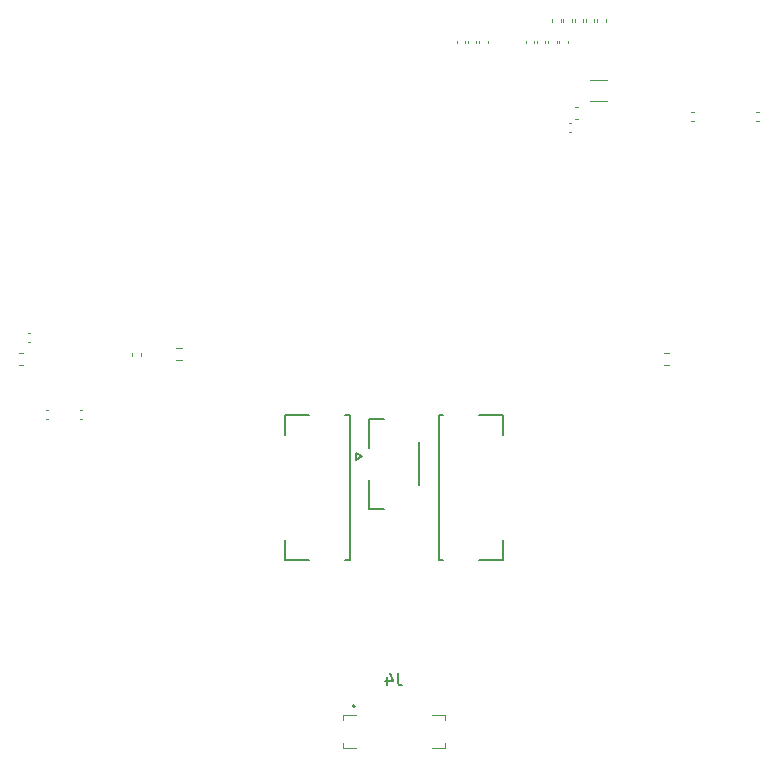
<source format=gbr>
%TF.GenerationSoftware,KiCad,Pcbnew,7.0.11-7.0.11~ubuntu22.04.1*%
%TF.CreationDate,2025-04-04T17:31:18+09:00*%
%TF.ProjectId,robot,726f626f-742e-46b6-9963-61645f706362,rev?*%
%TF.SameCoordinates,PX3938700PY9896800*%
%TF.FileFunction,Legend,Bot*%
%TF.FilePolarity,Positive*%
%FSLAX46Y46*%
G04 Gerber Fmt 4.6, Leading zero omitted, Abs format (unit mm)*
G04 Created by KiCad (PCBNEW 7.0.11-7.0.11~ubuntu22.04.1) date 2025-04-04 17:31:18*
%MOMM*%
%LPD*%
G01*
G04 APERTURE LIST*
%ADD10C,0.150000*%
%ADD11C,0.120000*%
%ADD12C,0.100000*%
%ADD13C,0.200000*%
%ADD14C,0.127000*%
%ADD15C,0.152400*%
G04 APERTURE END LIST*
D10*
X100308333Y-147909819D02*
X100308333Y-148624104D01*
X100308333Y-148624104D02*
X100355952Y-148766961D01*
X100355952Y-148766961D02*
X100451190Y-148862200D01*
X100451190Y-148862200D02*
X100594047Y-148909819D01*
X100594047Y-148909819D02*
X100689285Y-148909819D01*
X99403571Y-148243152D02*
X99403571Y-148909819D01*
X99641666Y-147862200D02*
X99879761Y-148576485D01*
X99879761Y-148576485D02*
X99260714Y-148576485D01*
D11*
%TO.C,C121*%
X116010000Y-92512164D02*
X116010000Y-92727836D01*
X115290000Y-92512164D02*
X115290000Y-92727836D01*
%TO.C,R90*%
X122837742Y-120777500D02*
X123312258Y-120777500D01*
X122837742Y-121822500D02*
X123312258Y-121822500D01*
%TO.C,C18*%
X130642164Y-100390000D02*
X130857836Y-100390000D01*
X130642164Y-101110000D02*
X130857836Y-101110000D01*
%TO.C,C128*%
X113990000Y-94582836D02*
X113990000Y-94367164D01*
X114710000Y-94582836D02*
X114710000Y-94367164D01*
%TO.C,C14*%
X70703043Y-126343831D02*
X70487371Y-126343831D01*
X70703043Y-125623831D02*
X70487371Y-125623831D01*
%TO.C,C117*%
X113040000Y-94582836D02*
X113040000Y-94367164D01*
X113760000Y-94582836D02*
X113760000Y-94367164D01*
%TO.C,C118*%
X107190000Y-94557836D02*
X107190000Y-94342164D01*
X107910000Y-94557836D02*
X107910000Y-94342164D01*
%TO.C,C120*%
X106240000Y-94557836D02*
X106240000Y-94342164D01*
X106960000Y-94557836D02*
X106960000Y-94342164D01*
%TO.C,C17*%
X68259420Y-120790000D02*
X68540580Y-120790000D01*
X68259420Y-121810000D02*
X68540580Y-121810000D01*
%TO.C,C115*%
X112090000Y-94582836D02*
X112090000Y-94367164D01*
X112810000Y-94582836D02*
X112810000Y-94367164D01*
%TO.C,C116*%
X115060000Y-92512164D02*
X115060000Y-92727836D01*
X114340000Y-92512164D02*
X114340000Y-92727836D01*
%TO.C,R23*%
X81562742Y-120377500D02*
X82037258Y-120377500D01*
X81562742Y-121422500D02*
X82037258Y-121422500D01*
%TO.C,C19*%
X125377836Y-101110000D02*
X125162164Y-101110000D01*
X125377836Y-100390000D02*
X125162164Y-100390000D01*
D12*
%TO.C,J4*%
X104330000Y-154250000D02*
X103240000Y-154250000D01*
X104330000Y-153800000D02*
X104330000Y-154250000D01*
X104330000Y-151450000D02*
X104330000Y-151900000D01*
X103240000Y-151450000D02*
X104330000Y-151450000D01*
X96760000Y-154250000D02*
X95670000Y-154250000D01*
X95670000Y-154250000D02*
X95670000Y-153800000D01*
X95670000Y-151900000D02*
X95670000Y-151450000D01*
X95670000Y-151450000D02*
X96760000Y-151450000D01*
D13*
X96690000Y-150710000D02*
G75*
G03*
X96490000Y-150710000I-100000J0D01*
G01*
X96490000Y-150710000D02*
G75*
G03*
X96690000Y-150710000I100000J0D01*
G01*
D11*
%TO.C,C37*%
X77840000Y-121007836D02*
X77840000Y-120792164D01*
X78560000Y-121007836D02*
X78560000Y-120792164D01*
%TO.C,C124*%
X115590580Y-101010000D02*
X115309420Y-101010000D01*
X115590580Y-99990000D02*
X115309420Y-99990000D01*
%TO.C,C126*%
X115007836Y-102060000D02*
X114792164Y-102060000D01*
X115007836Y-101340000D02*
X114792164Y-101340000D01*
%TO.C,C11*%
X68992164Y-119140000D02*
X69207836Y-119140000D01*
X68992164Y-119860000D02*
X69207836Y-119860000D01*
D14*
%TO.C,SW1*%
X97900000Y-134000000D02*
X99180000Y-134000000D01*
X97900000Y-131520000D02*
X97900000Y-134000000D01*
X96770000Y-129850000D02*
X97270000Y-129550000D01*
X97270000Y-129550000D02*
X96770000Y-129250000D01*
X96770000Y-129250000D02*
X96770000Y-129850000D01*
X102100000Y-128370000D02*
X102100000Y-131980000D01*
X97900000Y-126350000D02*
X97900000Y-128830000D01*
X99180000Y-126350000D02*
X97900000Y-126350000D01*
D15*
%TO.C,J3*%
X90769500Y-138296400D02*
X90769500Y-136613340D01*
X92826961Y-138296400D02*
X90769500Y-138296400D01*
X96230500Y-138296400D02*
X95880041Y-138296400D01*
X90769500Y-127736660D02*
X90769500Y-126053600D01*
X90769500Y-126053600D02*
X92826961Y-126053600D01*
X95880041Y-126053600D02*
X96230500Y-126053600D01*
X96230500Y-126053600D02*
X96230500Y-138296400D01*
D11*
%TO.C,C113*%
X114110000Y-92512164D02*
X114110000Y-92727836D01*
X113390000Y-92512164D02*
X113390000Y-92727836D01*
%TO.C,C114*%
X117910000Y-92512164D02*
X117910000Y-92727836D01*
X117190000Y-92512164D02*
X117190000Y-92727836D01*
%TO.C,C122*%
X111860000Y-94342164D02*
X111860000Y-94557836D01*
X111140000Y-94342164D02*
X111140000Y-94557836D01*
%TO.C,C123*%
X105290000Y-94557836D02*
X105290000Y-94342164D01*
X106010000Y-94557836D02*
X106010000Y-94342164D01*
D15*
%TO.C,J5*%
X109230500Y-126053600D02*
X109230500Y-127736660D01*
X107173039Y-126053600D02*
X109230500Y-126053600D01*
X103769500Y-126053600D02*
X104119959Y-126053600D01*
X109230500Y-136613340D02*
X109230500Y-138296400D01*
X109230500Y-138296400D02*
X107173039Y-138296400D01*
X104119959Y-138296400D02*
X103769500Y-138296400D01*
X103769500Y-138296400D02*
X103769500Y-126053600D01*
D11*
%TO.C,C125*%
X118011252Y-99460000D02*
X116588748Y-99460000D01*
X118011252Y-97640000D02*
X116588748Y-97640000D01*
%TO.C,C7*%
X73387371Y-125623831D02*
X73603043Y-125623831D01*
X73387371Y-126343831D02*
X73603043Y-126343831D01*
%TO.C,C119*%
X116960000Y-92512164D02*
X116960000Y-92727836D01*
X116240000Y-92512164D02*
X116240000Y-92727836D01*
%TD*%
M02*

</source>
